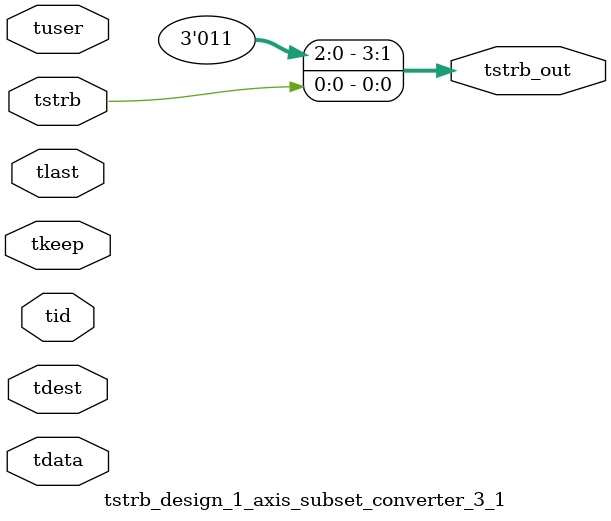
<source format=v>


`timescale 1ps/1ps

module tstrb_design_1_axis_subset_converter_3_1 #
(
parameter C_S_AXIS_TDATA_WIDTH = 32,
parameter C_S_AXIS_TUSER_WIDTH = 0,
parameter C_S_AXIS_TID_WIDTH   = 0,
parameter C_S_AXIS_TDEST_WIDTH = 0,
parameter C_M_AXIS_TDATA_WIDTH = 32
)
(
input  [(C_S_AXIS_TDATA_WIDTH == 0 ? 1 : C_S_AXIS_TDATA_WIDTH)-1:0     ] tdata,
input  [(C_S_AXIS_TUSER_WIDTH == 0 ? 1 : C_S_AXIS_TUSER_WIDTH)-1:0     ] tuser,
input  [(C_S_AXIS_TID_WIDTH   == 0 ? 1 : C_S_AXIS_TID_WIDTH)-1:0       ] tid,
input  [(C_S_AXIS_TDEST_WIDTH == 0 ? 1 : C_S_AXIS_TDEST_WIDTH)-1:0     ] tdest,
input  [(C_S_AXIS_TDATA_WIDTH/8)-1:0 ] tkeep,
input  [(C_S_AXIS_TDATA_WIDTH/8)-1:0 ] tstrb,
input                                                                    tlast,
output [(C_M_AXIS_TDATA_WIDTH/8)-1:0 ] tstrb_out
);

assign tstrb_out = {2'b11,tstrb[0:0]};

endmodule


</source>
